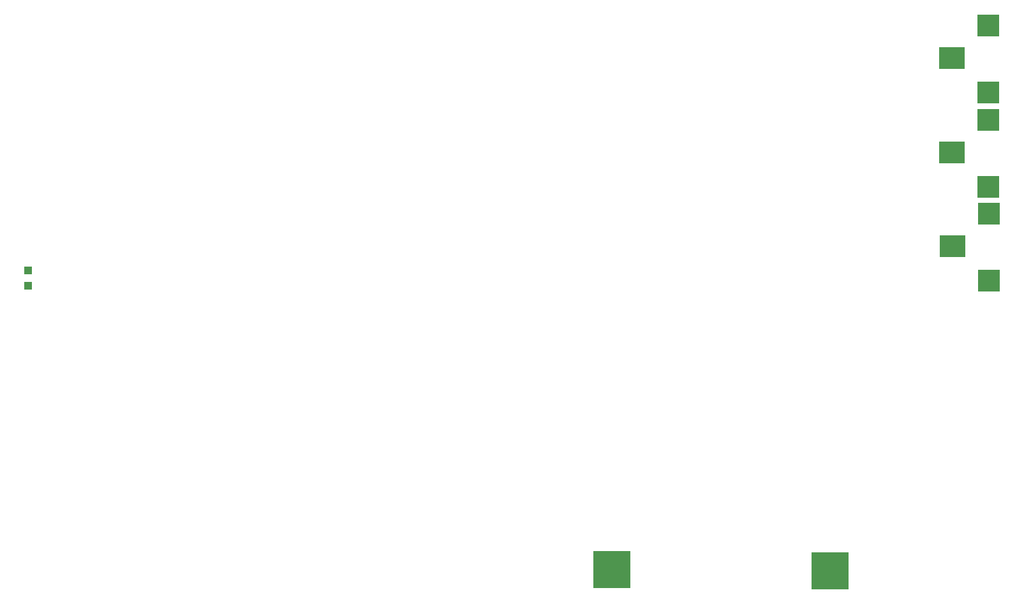
<source format=gbp>
G04*
G04 #@! TF.GenerationSoftware,Altium Limited,Altium Designer,21.2.1 (34)*
G04*
G04 Layer_Color=128*
%FSLAX24Y24*%
%MOIN*%
G70*
G04*
G04 #@! TF.SameCoordinates,E21C5DDE-85CC-462C-932C-37DFDCE46009*
G04*
G04*
G04 #@! TF.FilePolarity,Positive*
G04*
G01*
G75*
%ADD17R,0.0394X0.0394*%
%ADD77R,0.1969X0.1969*%
%ADD78R,0.1181X0.1181*%
%ADD79R,0.1378X0.1181*%
D17*
X7700Y19394D02*
D03*
Y18606D02*
D03*
D77*
X49600Y3700D02*
D03*
X38200Y3750D02*
D03*
D78*
X57870Y28681D02*
D03*
Y32181D02*
D03*
Y23778D02*
D03*
Y27278D02*
D03*
X57880Y18854D02*
D03*
Y22354D02*
D03*
D79*
X55970Y30481D02*
D03*
Y25578D02*
D03*
X55980Y20654D02*
D03*
M02*

</source>
